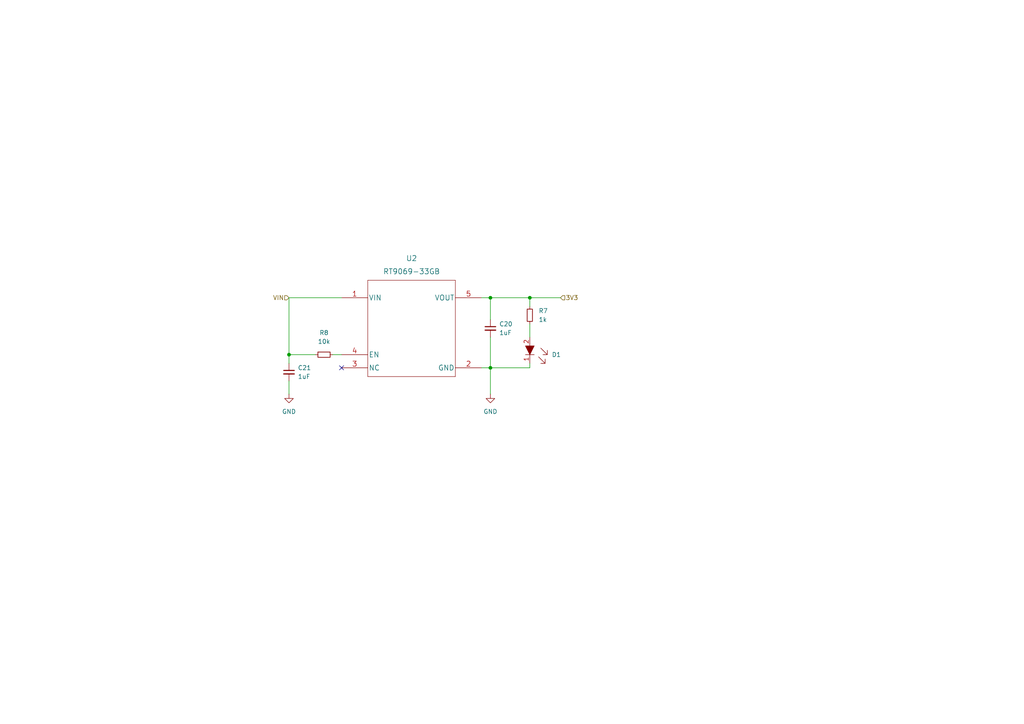
<source format=kicad_sch>
(kicad_sch (version 20211123) (generator eeschema)
  (paper "A4")
  (lib_symbols
    (symbol "Device:C_Small" (pin_numbers hide) (pin_names (offset 0.254) hide)
      (property "Reference" "C" (at 0.254 1.778 0))
      (property "Value" "C_Small" (at 0.254 -2.032 0))
      (symbol "C_Small_0_1"
        (polyline (pts (xy -1.524 -0.508) (xy 1.524 -0.508)) (stroke (width 0.3302)))
        (polyline (pts (xy -1.524 0.508) (xy 1.524 0.508)) (stroke (width 0.3048)))
      )
      (symbol "C_Small_1_1"
        (pin passive line (at 0 2.54 270) (length 2.032) (name "~") (number "1"))
        (pin passive line (at 0 -2.54 90) (length 2.032) (name "~") (number "2"))
      )
    )
    (symbol "Device:R_Small" (pin_numbers hide) (pin_names (offset 0.254) hide)
      (property "Reference" "R" (at 0.762 0.508 0))
      (property "Value" "R_Small" (at 0.762 -1.016 0))
      (symbol "R_Small_0_1"
        (rectangle (start -0.762 1.778) (end 0.762 -1.778) (stroke (width 0.2032)))
      )
      (symbol "R_Small_1_1"
        (pin passive line (at 0 2.54 270) (length 0.762) (name "~") (number "1"))
        (pin passive line (at 0 -2.54 90) (length 0.762) (name "~") (number "2"))
      )
    )
    (symbol "RT9069-33GB:RT9069-33GB" (pin_names (offset 0.254))
      (property "Reference" "U2" (at -1.27 16.51 0))
      (property "Value" "RT9069-33GB" (at -1.27 12.7 0))
      (symbol "RT9069-33GB_1_1"
        (polyline (pts (xy -13.97 -17.78) (xy 11.43 -17.78)) (stroke (width 0.127)))
        (polyline (pts (xy -13.97 10.16) (xy -13.97 -17.78)) (stroke (width 0.127)))
        (polyline (pts (xy 11.43 -17.78) (xy 11.43 10.16)) (stroke (width 0.127)))
        (polyline (pts (xy 11.43 10.16) (xy -13.97 10.16)) (stroke (width 0.127)))
        (pin unspecified line (at -21.59 5.08 0) (length 7.62) (name "VIN") (number "1"))
        (pin power_in line (at 19.05 -15.24 180) (length 7.62) (name "GND") (number "2"))
        (pin unspecified line (at -21.59 -15.24 0) (length 7.62) (name "NC") (number "3"))
        (pin unspecified line (at -21.59 -11.43 0) (length 7.62) (name "EN") (number "4"))
        (pin output line (at 19.05 5.08 180) (length 7.62) (name "VOUT") (number "5"))
      )
    )
    (symbol "dk_LED-Indication-Discrete:LTST-C190KGKT" (pin_names (offset 0))
      (property "Reference" "D" (at -6.35 3.81 0))
      (symbol "LTST-C190KGKT_0_1"
        (polyline (pts (xy 0 1.27) (xy 0 -1.27)))
        (polyline (pts (xy -2.54 1.27) (xy -2.54 -1.27) (xy 0 0) (xy -2.54 1.27)) (fill (type outline)))
      )
      (symbol "LTST-C190KGKT_1_1"
        (polyline (pts (xy -1.27 3.81) (xy -1.905 3.175)))
        (polyline (pts (xy -0.635 5.08) (xy -1.27 5.08)))
        (polyline (pts (xy 0 4.445) (xy 0 3.81)))
        (polyline (pts (xy 1.27 3.175) (xy 0.635 2.54)))
        (polyline (pts (xy 1.905 4.445) (xy 1.27 4.445)))
        (polyline (pts (xy 2.54 3.81) (xy 2.54 3.175)))
        (polyline (pts (xy 1.27 3.175) (xy 2.54 4.445) (xy 1.905 4.445) (xy 2.54 4.445) (xy 2.54 3.81)))
        (polyline (pts (xy 0 5.08) (xy 0 4.445) (xy 0 5.08) (xy -0.635 5.08) (xy 0 5.08) (xy -1.27 3.81)))
        (pin output line (at 2.54 0 180) (length 2.54) (name "~") (number "1"))
        (pin input line (at -5.08 0 0) (length 2.54) (name "~") (number "2"))
      )
    )
    (symbol "power:GND" (power) (pin_names (offset 0))
      (property "Value" "GND" (at 0 -3.81 0))
      (symbol "GND_0_1"
        (polyline (pts (xy 0 0) (xy 0 -1.27) (xy 1.27 -1.27) (xy 0 -2.54) (xy -1.27 -1.27) (xy 0 -1.27)))
      )
      (symbol "GND_1_1"
        (pin power_in line (at 0 0 270) (length 0) hide (name "GND") (number "1"))
      )
    )
  )
  (junction (at 142.24 86.36))
  (junction (at 142.24 106.68))
  (junction (at 83.82 102.87))
  (junction (at 153.67 86.36))
  (no_connect (at 99.06 106.68))
  (wire (pts (xy 91.44 102.87) (xy 83.82 102.87)))
  (wire (pts (xy 142.24 97.79) (xy 142.24 106.68)))
  (wire (pts (xy 142.24 106.68) (xy 139.7 106.68)))
  (wire (pts (xy 142.24 106.68) (xy 142.24 114.3)))
  (wire (pts (xy 153.67 105.41) (xy 153.67 106.68)))
  (wire (pts (xy 142.24 86.36) (xy 153.67 86.36)))
  (wire (pts (xy 83.82 102.87) (xy 83.82 105.41)))
  (wire (pts (xy 83.82 110.49) (xy 83.82 114.3)))
  (wire (pts (xy 153.67 86.36) (xy 153.67 88.9)))
  (wire (pts (xy 153.67 93.98) (xy 153.67 97.79)))
  (wire (pts (xy 139.7 86.36) (xy 142.24 86.36)))
  (wire (pts (xy 142.24 86.36) (xy 142.24 92.71)))
  (wire (pts (xy 96.52 102.87) (xy 99.06 102.87)))
  (wire (pts (xy 153.67 86.36) (xy 162.56 86.36)))
  (wire (pts (xy 83.82 86.36) (xy 83.82 102.87)))
  (wire (pts (xy 153.67 106.68) (xy 142.24 106.68)))
  (wire (pts (xy 99.06 86.36) (xy 83.82 86.36)))
  (hierarchical_label "VIN" (shape input) (at 83.82 86.36 180))
  (hierarchical_label "3V3" (shape input) (at 162.56 86.36 0))
  (symbol (lib_id "Device:C_Small") (at 83.82 107.95 0) (unit 1)
    (property "Reference" "C21" (at 86.36 106.6862 0) (effects (justify left)))
    (property "Value" "1uF" (at 86.36 109.2262 0) (effects (justify left)))
    (property "Footprint" "Capacitor_SMD:C_0603_1608Metric" (effects hide))
    (property "Part Number" "UMK107AB7105KA-T" (effects hide))
    (property "Digi-Key Part Number" "587-3247-1-ND" (effects hide))
    (property "Description" "CAP CER 1uF 50V 10% X7R SMD 0603" (effects hide))
  )
  (symbol (lib_id "Device:C_Small") (at 142.24 95.25 0) (unit 1)
    (property "Reference" "C20" (at 144.78 93.9862 0) (effects (justify left)))
    (property "Value" "1uF" (at 144.78 96.5262 0) (effects (justify left)))
    (property "Footprint" "Capacitor_SMD:C_0603_1608Metric" (effects hide))
    (property "Part Number" "UMK107AB7105KA-T" (effects hide))
    (property "Digi-Key Part Number" "587-3247-1-ND" (effects hide))
    (property "Description" "CAP CER 1uF 50V 10% X7R SMD 0603" (effects hide))
  )
  (symbol (lib_id "RT9069-33GB:RT9069-33GB") (at 120.65 91.44 0) (unit 1)
    (property "Reference" "U2" (at 119.38 74.93 0) (effects (font (size 1.524 1.524))))
    (property "Value" "RT9069-33GB" (at 119.38 78.74 0) (effects (font (size 1.524 1.524))))
    (property "Footprint" "SOIC_053AGB_RIT" (effects hide))
    (property "Part Number" "RT9069-33GB" (effects hide))
    (property "Digi-Key Part Number" "1028-1520-1-ND" (effects hide))
    (property "Description" "Linear Voltage Regulator IC Positive Fixed 1 Output 200mA SOT-23-5" (effects hide))
  )
  (symbol (lib_id "power:GND") (at 83.82 114.3 0) (unit 1)
    (property "Reference" "#PWR?" (effects hide))
    (property "Value" "GND" (at 83.82 119.38 0))
  )
  (symbol (lib_id "Device:R_Small") (at 153.67 91.44 0) (unit 1)
    (property "Reference" "R7" (at 156.21 90.1699 0) (effects (justify left)))
    (property "Value" "1k" (at 156.21 92.7099 0) (effects (justify left)))
    (property "Footprint" "Resistor_SMD:R_0603_1608Metric" (effects hide))
    (property "Part Number" "RMCF0603FG1K00" (effects hide))
    (property "Digi-Key Part Number" "RMCF0603FG1K00CT-ND" (effects hide))
    (property "Description" "RES TKF 1k 1% 1/10W SMD 0402" (effects hide))
  )
  (symbol (lib_id "Device:R_Small") (at 93.98 102.87 270) (unit 1)
    (property "Reference" "R8" (at 93.98 96.52 90))
    (property "Value" "10k" (at 93.98 99.06 90))
    (property "Footprint" "Resistor_SMD:R_0603_1608Metric" (effects hide))
    (property "Part Number" "RMCF0603FT10K0" (effects hide))
    (property "Digi-Key Part Number" "RMCF0603FT10K0CT-ND" (effects hide))
    (property "Description" "RES TKF 330R 1% 1/10W SMD 0402" (effects hide))
  )
  (symbol (lib_id "power:GND") (at 142.24 114.3 0) (unit 1)
    (property "Reference" "#PWR?" (effects hide))
    (property "Value" "~" (at 142.24 119.38 0))
  )
  (symbol (lib_id "dk_LED-Indication-Discrete:LTST-C190KGKT") (at 153.67 102.87 270) (unit 1)
    (property "Reference" "D1" (at 160.02 102.8699 90) (effects (justify left)))
    (property "Value" "LTST-C190KGKT" (effects hide))
    (property "Footprint" "digikey-footprints:LED_0603" (effects hide))
    (property "Datasheet" "http://optoelectronics.liteon.com/upload/download/DS22-2000-074/LTST-C190KGKT.PDF" (effects hide))
    (property "Category" "Optoelectronics" (effects hide))
    (property "Family" "LED Indication - Discrete" (effects hide))
    (property "Description" "LED GREEN CLEAR CHIP SMD" (effects hide))
    (property "Manufacturer" "Lite-On Inc." (effects hide))
    (property "Status" "Active" (effects hide))
    (property "Manufacturer Part Number" "LTST-C190KGKT" (effects hide))
    (property "Supplier" "Digikey" (effects hide))
    (property "Supplier Part Number" "160-1435-1-ND" (effects hide))
    (property "Populated" "y" (effects hide))
  )
)
</source>
